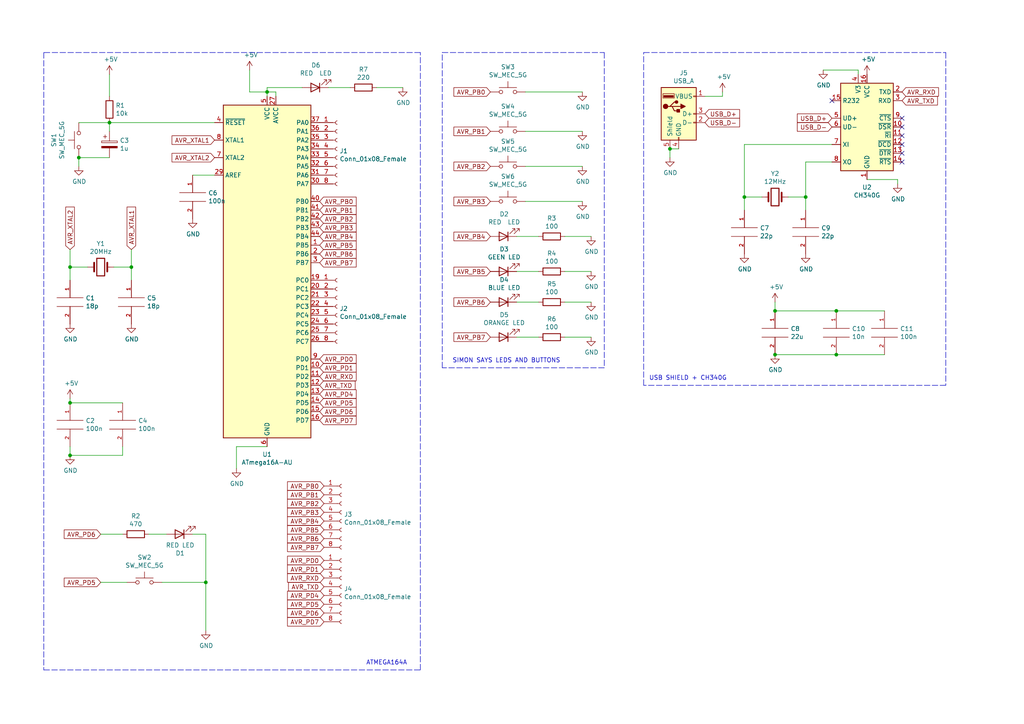
<source format=kicad_sch>
(kicad_sch (version 20211123) (generator eeschema)
  (paper "A4")
  (lib_symbols
    (symbol "Connector:Conn_01x08_Female" (pin_names (offset 1.016) hide)
      (property "Reference" "J" (at 0 10.16 0))
      (property "Value" "Conn_01x08_Female" (at 0 -12.7 0))
      (symbol "Conn_01x08_Female_1_1"
        (arc (start 0 -9.652) (mid -0.508 -10.16) (end 0 -10.668) (stroke (width 0.1524)))
        (arc (start 0 -7.112) (mid -0.508 -7.62) (end 0 -8.128) (stroke (width 0.1524)))
        (arc (start 0 -4.572) (mid -0.508 -5.08) (end 0 -5.588) (stroke (width 0.1524)))
        (arc (start 0 -2.032) (mid -0.508 -2.54) (end 0 -3.048) (stroke (width 0.1524)))
        (polyline (pts (xy -1.27 -10.16) (xy -0.508 -10.16)) (stroke (width 0.1524)))
        (polyline (pts (xy -1.27 -7.62) (xy -0.508 -7.62)) (stroke (width 0.1524)))
        (polyline (pts (xy -1.27 -5.08) (xy -0.508 -5.08)) (stroke (width 0.1524)))
        (polyline (pts (xy -1.27 -2.54) (xy -0.508 -2.54)) (stroke (width 0.1524)))
        (polyline (pts (xy -1.27 0) (xy -0.508 0)) (stroke (width 0.1524)))
        (polyline (pts (xy -1.27 2.54) (xy -0.508 2.54)) (stroke (width 0.1524)))
        (polyline (pts (xy -1.27 5.08) (xy -0.508 5.08)) (stroke (width 0.1524)))
        (polyline (pts (xy -1.27 7.62) (xy -0.508 7.62)) (stroke (width 0.1524)))
        (arc (start 0 0.508) (mid -0.508 0) (end 0 -0.508) (stroke (width 0.1524)))
        (arc (start 0 3.048) (mid -0.508 2.54) (end 0 2.032) (stroke (width 0.1524)))
        (arc (start 0 5.588) (mid -0.508 5.08) (end 0 4.572) (stroke (width 0.1524)))
        (arc (start 0 8.128) (mid -0.508 7.62) (end 0 7.112) (stroke (width 0.1524)))
        (pin passive line (at -5.08 7.62 0) (length 3.81) (name "Pin_1") (number "1"))
        (pin passive line (at -5.08 5.08 0) (length 3.81) (name "Pin_2") (number "2"))
        (pin passive line (at -5.08 2.54 0) (length 3.81) (name "Pin_3") (number "3"))
        (pin passive line (at -5.08 0 0) (length 3.81) (name "Pin_4") (number "4"))
        (pin passive line (at -5.08 -2.54 0) (length 3.81) (name "Pin_5") (number "5"))
        (pin passive line (at -5.08 -5.08 0) (length 3.81) (name "Pin_6") (number "6"))
        (pin passive line (at -5.08 -7.62 0) (length 3.81) (name "Pin_7") (number "7"))
        (pin passive line (at -5.08 -10.16 0) (length 3.81) (name "Pin_8") (number "8"))
      )
    )
    (symbol "Connector:USB_A" (pin_names (offset 1.016))
      (property "Reference" "J" (at -5.08 11.43 0))
      (property "Value" "USB_A" (at -5.08 8.89 0))
      (symbol "USB_A_0_1"
        (rectangle (start -5.08 -7.62) (end 5.08 7.62) (stroke (width 0.254)) (fill (type background)))
        (circle (center -3.81 2.159) (radius 0.635) (stroke (width 0.254)) (fill (type outline)))
        (rectangle (start -1.524 4.826) (end -4.318 5.334) (fill (type outline)))
        (rectangle (start -1.27 4.572) (end -4.572 5.842))
        (circle (center -0.635 3.429) (radius 0.381) (stroke (width 0.254)) (fill (type outline)))
        (rectangle (start -0.127 -7.62) (end 0.127 -6.858))
        (polyline (pts (xy -3.175 2.159) (xy -2.54 2.159) (xy -1.27 3.429) (xy -0.635 3.429)) (stroke (width 0.254)))
        (polyline (pts (xy -2.54 2.159) (xy -1.905 2.159) (xy -1.27 0.889) (xy 0 0.889)) (stroke (width 0.254)))
        (polyline (pts (xy 0.635 2.794) (xy 0.635 1.524) (xy 1.905 2.159) (xy 0.635 2.794)) (stroke (width 0.254)) (fill (type outline)))
        (rectangle (start 0.254 1.27) (end -0.508 0.508) (stroke (width 0.254)) (fill (type outline)))
        (rectangle (start 5.08 -2.667) (end 4.318 -2.413))
        (rectangle (start 5.08 -0.127) (end 4.318 0.127))
        (rectangle (start 5.08 4.953) (end 4.318 5.207))
      )
      (symbol "USB_A_1_1"
        (polyline (pts (xy -1.905 2.159) (xy 0.635 2.159)) (stroke (width 0.254)))
        (pin power_in line (at 7.62 5.08 180) (length 2.54) (name "VBUS") (number "1"))
        (pin bidirectional line (at 7.62 -2.54 180) (length 2.54) (name "D-") (number "2"))
        (pin bidirectional line (at 7.62 0 180) (length 2.54) (name "D+") (number "3"))
        (pin power_in line (at 0 -10.16 90) (length 2.54) (name "GND") (number "4"))
        (pin passive line (at -2.54 -10.16 90) (length 2.54) (name "Shield") (number "5"))
      )
    )
    (symbol "Device:Crystal" (pin_numbers hide) (pin_names (offset 1.016) hide)
      (property "Reference" "Y" (at 0 3.81 0))
      (property "Value" "Crystal" (at 0 -3.81 0))
      (symbol "Crystal_0_1"
        (rectangle (start -1.143 2.54) (end 1.143 -2.54) (stroke (width 0.3048)))
        (polyline (pts (xy -2.54 0) (xy -1.905 0)))
        (polyline (pts (xy -1.905 -1.27) (xy -1.905 1.27)) (stroke (width 0.508)))
        (polyline (pts (xy 1.905 -1.27) (xy 1.905 1.27)) (stroke (width 0.508)))
        (polyline (pts (xy 2.54 0) (xy 1.905 0)))
      )
      (symbol "Crystal_1_1"
        (pin passive line (at -3.81 0 0) (length 1.27) (name "1") (number "1"))
        (pin passive line (at 3.81 0 180) (length 1.27) (name "2") (number "2"))
      )
    )
    (symbol "Device:LED" (pin_numbers hide) (pin_names (offset 1.016) hide)
      (property "Reference" "D" (at 0 2.54 0))
      (property "Value" "LED" (at 0 -2.54 0))
      (symbol "LED_0_1"
        (polyline (pts (xy -1.27 -1.27) (xy -1.27 1.27)) (stroke (width 0.254)))
        (polyline (pts (xy -1.27 0) (xy 1.27 0)))
        (polyline (pts (xy 1.27 -1.27) (xy 1.27 1.27) (xy -1.27 0) (xy 1.27 -1.27)) (stroke (width 0.254)))
        (polyline (pts (xy -3.048 -0.762) (xy -4.572 -2.286) (xy -3.81 -2.286) (xy -4.572 -2.286) (xy -4.572 -1.524)))
        (polyline (pts (xy -1.778 -0.762) (xy -3.302 -2.286) (xy -2.54 -2.286) (xy -3.302 -2.286) (xy -3.302 -1.524)))
      )
      (symbol "LED_1_1"
        (pin passive line (at -3.81 0 0) (length 2.54) (name "K") (number "1"))
        (pin passive line (at 3.81 0 180) (length 2.54) (name "A") (number "2"))
      )
    )
    (symbol "Device:R" (pin_numbers hide) (pin_names (offset 0))
      (property "Reference" "R" (at 2.032 0 90))
      (property "Value" "R" (at 0 0 90))
      (symbol "R_0_1"
        (rectangle (start -1.016 -2.54) (end 1.016 2.54) (stroke (width 0.254)))
      )
      (symbol "R_1_1"
        (pin passive line (at 0 3.81 270) (length 1.27) (name "~") (number "1"))
        (pin passive line (at 0 -3.81 90) (length 1.27) (name "~") (number "2"))
      )
    )
    (symbol "Interface_USB:CH340G"
      (property "Reference" "U" (at -5.08 13.97 0))
      (property "Value" "CH340G" (at 1.27 13.97 0))
      (symbol "CH340G_0_1"
        (rectangle (start -7.62 12.7) (end 7.62 -12.7) (stroke (width 0.254)) (fill (type background)))
      )
      (symbol "CH340G_1_1"
        (pin power_in line (at 0 -15.24 90) (length 2.54) (name "GND") (number "1"))
        (pin input line (at 10.16 0 180) (length 2.54) (name "~{DSR}") (number "10"))
        (pin input line (at 10.16 -2.54 180) (length 2.54) (name "~{RI}") (number "11"))
        (pin input line (at 10.16 -5.08 180) (length 2.54) (name "~{DCD}") (number "12"))
        (pin output line (at 10.16 -7.62 180) (length 2.54) (name "~{DTR}") (number "13"))
        (pin output line (at 10.16 -10.16 180) (length 2.54) (name "~{RTS}") (number "14"))
        (pin input line (at -10.16 7.62 0) (length 2.54) (name "R232") (number "15"))
        (pin power_in line (at 0 15.24 270) (length 2.54) (name "VCC") (number "16"))
        (pin output line (at 10.16 10.16 180) (length 2.54) (name "TXD") (number "2"))
        (pin input line (at 10.16 7.62 180) (length 2.54) (name "RXD") (number "3"))
        (pin passive line (at -2.54 15.24 270) (length 2.54) (name "V3") (number "4"))
        (pin bidirectional line (at -10.16 2.54 0) (length 2.54) (name "UD+") (number "5"))
        (pin bidirectional line (at -10.16 0 0) (length 2.54) (name "UD-") (number "6"))
        (pin input line (at -10.16 -5.08 0) (length 2.54) (name "XI") (number "7"))
        (pin output line (at -10.16 -10.16 0) (length 2.54) (name "XO") (number "8"))
        (pin input line (at 10.16 2.54 180) (length 2.54) (name "~{CTS}") (number "9"))
      )
    )
    (symbol "P2_Neata_Adrian+Radulescu-rescue:ATmega16A-AU-MCU_Microchip_ATmega"
      (property "Reference" "U" (at -12.7 49.53 0))
      (property "Value" "ATmega16A-AU-MCU_Microchip_ATmega" (at 2.54 -49.53 0))
      (symbol "ATmega16A-AU-MCU_Microchip_ATmega_0_1"
        (rectangle (start -12.7 -48.26) (end 12.7 48.26) (stroke (width 0.254)) (fill (type background)))
      )
      (symbol "ATmega16A-AU-MCU_Microchip_ATmega_1_1"
        (pin bidirectional line (at 15.24 7.62 180) (length 2.54) (name "PB5") (number "1"))
        (pin bidirectional line (at 15.24 -27.94 180) (length 2.54) (name "PD1") (number "10"))
        (pin bidirectional line (at 15.24 -30.48 180) (length 2.54) (name "PD2") (number "11"))
        (pin bidirectional line (at 15.24 -33.02 180) (length 2.54) (name "PD3") (number "12"))
        (pin bidirectional line (at 15.24 -35.56 180) (length 2.54) (name "PD4") (number "13"))
        (pin bidirectional line (at 15.24 -38.1 180) (length 2.54) (name "PD5") (number "14"))
        (pin bidirectional line (at 15.24 -40.64 180) (length 2.54) (name "PD6") (number "15"))
        (pin bidirectional line (at 15.24 -43.18 180) (length 2.54) (name "PD7") (number "16"))
        (pin passive line (at 0 50.8 270) (length 2.54) hide (name "VCC") (number "17"))
        (pin passive line (at 0 -50.8 90) (length 2.54) hide (name "GND") (number "18"))
        (pin bidirectional line (at 15.24 -2.54 180) (length 2.54) (name "PC0") (number "19"))
        (pin bidirectional line (at 15.24 5.08 180) (length 2.54) (name "PB6") (number "2"))
        (pin bidirectional line (at 15.24 -5.08 180) (length 2.54) (name "PC1") (number "20"))
        (pin bidirectional line (at 15.24 -7.62 180) (length 2.54) (name "PC2") (number "21"))
        (pin bidirectional line (at 15.24 -10.16 180) (length 2.54) (name "PC3") (number "22"))
        (pin bidirectional line (at 15.24 -12.7 180) (length 2.54) (name "PC4") (number "23"))
        (pin bidirectional line (at 15.24 -15.24 180) (length 2.54) (name "PC5") (number "24"))
        (pin bidirectional line (at 15.24 -17.78 180) (length 2.54) (name "PC6") (number "25"))
        (pin bidirectional line (at 15.24 -20.32 180) (length 2.54) (name "PC7") (number "26"))
        (pin power_in line (at 2.54 50.8 270) (length 2.54) (name "AVCC") (number "27"))
        (pin passive line (at 0 -50.8 90) (length 2.54) hide (name "GND") (number "28"))
        (pin passive line (at -15.24 27.94 0) (length 2.54) (name "AREF") (number "29"))
        (pin bidirectional line (at 15.24 2.54 180) (length 2.54) (name "PB7") (number "3"))
        (pin bidirectional line (at 15.24 25.4 180) (length 2.54) (name "PA7") (number "30"))
        (pin bidirectional line (at 15.24 27.94 180) (length 2.54) (name "PA6") (number "31"))
        (pin bidirectional line (at 15.24 30.48 180) (length 2.54) (name "PA5") (number "32"))
        (pin bidirectional line (at 15.24 33.02 180) (length 2.54) (name "PA4") (number "33"))
        (pin bidirectional line (at 15.24 35.56 180) (length 2.54) (name "PA3") (number "34"))
        (pin bidirectional line (at 15.24 38.1 180) (length 2.54) (name "PA2") (number "35"))
        (pin bidirectional line (at 15.24 40.64 180) (length 2.54) (name "PA1") (number "36"))
        (pin bidirectional line (at 15.24 43.18 180) (length 2.54) (name "PA0") (number "37"))
        (pin passive line (at 0 50.8 270) (length 2.54) hide (name "VCC") (number "38"))
        (pin passive line (at 0 -50.8 90) (length 2.54) hide (name "GND") (number "39"))
        (pin input line (at -15.24 43.18 0) (length 2.54) (name "~{RESET}") (number "4"))
        (pin bidirectional line (at 15.24 20.32 180) (length 2.54) (name "PB0") (number "40"))
        (pin bidirectional line (at 15.24 17.78 180) (length 2.54) (name "PB1") (number "41"))
        (pin bidirectional line (at 15.24 15.24 180) (length 2.54) (name "PB2") (number "42"))
        (pin bidirectional line (at 15.24 12.7 180) (length 2.54) (name "PB3") (number "43"))
        (pin bidirectional line (at 15.24 10.16 180) (length 2.54) (name "PB4") (number "44"))
        (pin power_in line (at 0 50.8 270) (length 2.54) (name "VCC") (number "5"))
        (pin power_in line (at 0 -50.8 90) (length 2.54) (name "GND") (number "6"))
        (pin output line (at -15.24 33.02 0) (length 2.54) (name "XTAL2") (number "7"))
        (pin input line (at -15.24 38.1 0) (length 2.54) (name "XTAL1") (number "8"))
        (pin bidirectional line (at 15.24 -25.4 180) (length 2.54) (name "PD0") (number "9"))
      )
    )
    (symbol "P2_Neata_Adrian+Radulescu-rescue:CP-Device" (pin_numbers hide) (pin_names (offset 0.254))
      (property "Reference" "C" (at 0.635 2.54 0))
      (property "Value" "CP-Device" (at 0.635 -2.54 0))
      (symbol "CP-Device_0_1"
        (rectangle (start -2.286 0.508) (end 2.286 1.016))
        (polyline (pts (xy -1.778 2.286) (xy -0.762 2.286)))
        (polyline (pts (xy -1.27 2.794) (xy -1.27 1.778)))
        (rectangle (start 2.286 -0.508) (end -2.286 -1.016) (fill (type outline)))
      )
      (symbol "CP-Device_1_1"
        (pin passive line (at 0 3.81 270) (length 2.794) (name "~") (number "1"))
        (pin passive line (at 0 -3.81 90) (length 2.794) (name "~") (number "2"))
      )
    )
    (symbol "Switch:SW_MEC_5G" (pin_numbers hide) (pin_names (offset 1.016) hide)
      (property "Reference" "SW" (at 1.27 2.54 0))
      (property "Value" "SW_MEC_5G" (at 0 -1.524 0))
      (symbol "SW_MEC_5G_0_1"
        (circle (center -2.032 0) (radius 0.508))
        (polyline (pts (xy 0 1.27) (xy 0 3.048)))
        (polyline (pts (xy 2.54 1.27) (xy -2.54 1.27)))
        (circle (center 2.032 0) (radius 0.508))
        (pin passive line (at -5.08 0 0) (length 2.54) (name "A") (number "1"))
        (pin passive line (at 5.08 0 180) (length 2.54) (name "B") (number "3"))
      )
      (symbol "SW_MEC_5G_1_1"
        (pin passive line (at -5.08 0 0) (length 2.54) hide (name "A") (number "2"))
        (pin passive line (at 5.08 0 180) (length 2.54) hide (name "B") (number "4"))
      )
    )
    (symbol "power:+5V" (power) (pin_names (offset 0))
      (property "Value" "+5V" (at 0 3.556 0))
      (symbol "+5V_0_1"
        (polyline (pts (xy -0.762 1.27) (xy 0 2.54)))
        (polyline (pts (xy 0 0) (xy 0 2.54)))
        (polyline (pts (xy 0 2.54) (xy 0.762 1.27)))
      )
      (symbol "+5V_1_1"
        (pin power_in line (at 0 0 90) (length 0) hide (name "+5V") (number "1"))
      )
    )
    (symbol "power:GND" (power) (pin_names (offset 0))
      (property "Value" "GND" (at 0 -3.81 0))
      (symbol "GND_0_1"
        (polyline (pts (xy 0 0) (xy 0 -1.27) (xy 1.27 -1.27) (xy 0 -2.54) (xy -1.27 -1.27) (xy 0 -1.27)))
      )
      (symbol "GND_1_1"
        (pin power_in line (at 0 0 270) (length 0) hide (name "GND") (number "1"))
      )
    )
    (symbol "pspice:C" (pin_names (offset 0.254))
      (property "Reference" "C" (at 2.54 3.81 90))
      (property "Value" "C" (at 2.54 -3.81 90))
      (symbol "C_0_1"
        (polyline (pts (xy -3.81 -1.27) (xy 3.81 -1.27)))
        (polyline (pts (xy -3.81 1.27) (xy 3.81 1.27)))
      )
      (symbol "C_1_1"
        (pin passive line (at 0 6.35 270) (length 5.08) (name "~") (number "1"))
        (pin passive line (at 0 -6.35 90) (length 5.08) (name "~") (number "2"))
      )
    )
  )
  (junction (at 233.68 57.15))
  (junction (at 224.79 102.87))
  (junction (at 20.32 132.08))
  (junction (at 242.57 90.17))
  (junction (at 77.47 26.67))
  (junction (at 20.32 77.47))
  (junction (at 224.79 90.17))
  (junction (at 22.86 45.72))
  (junction (at 38.1 77.47))
  (junction (at 215.9 57.15))
  (junction (at 31.75 35.56))
  (junction (at 242.57 102.87))
  (junction (at 20.32 116.84))
  (junction (at 59.69 168.91))
  (junction (at 194.31 43.18))
  (no_connect (at 261.62 44.45))
  (no_connect (at 261.62 41.91))
  (no_connect (at 261.62 36.83))
  (no_connect (at 261.62 34.29))
  (no_connect (at 261.62 39.37))
  (no_connect (at 241.3 29.21))
  (no_connect (at 261.62 46.99))
  (wire (pts (xy 156.21 68.58) (xy 149.86 68.58)))
  (wire (pts (xy 46.99 168.91) (xy 59.69 168.91)))
  (polyline (pts (xy 12.7 15.24) (xy 12.7 194.31)))
  (polyline (pts (xy 128.27 15.24) (xy 175.26 15.24)))
  (wire (pts (xy 233.68 57.15) (xy 233.68 60.96)))
  (wire (pts (xy 251.46 52.07) (xy 260.35 52.07)))
  (wire (pts (xy 20.32 81.28) (xy 20.32 77.47)))
  (wire (pts (xy 20.32 132.08) (xy 35.56 132.08)))
  (wire (pts (xy 156.21 87.63) (xy 149.86 87.63)))
  (wire (pts (xy 233.68 46.99) (xy 241.3 46.99)))
  (wire (pts (xy 152.4 26.67) (xy 168.91 26.67)))
  (wire (pts (xy 224.79 90.17) (xy 242.57 90.17)))
  (wire (pts (xy 224.79 87.63) (xy 224.79 90.17)))
  (wire (pts (xy 215.9 41.91) (xy 241.3 41.91)))
  (wire (pts (xy 38.1 77.47) (xy 38.1 81.28)))
  (wire (pts (xy 87.63 25.4) (xy 77.47 25.4)))
  (wire (pts (xy 215.9 57.15) (xy 220.98 57.15)))
  (wire (pts (xy 38.1 77.47) (xy 38.1 72.39)))
  (wire (pts (xy 77.47 26.67) (xy 77.47 27.94)))
  (wire (pts (xy 248.92 20.32) (xy 238.76 20.32)))
  (wire (pts (xy 116.84 25.4) (xy 109.22 25.4)))
  (polyline (pts (xy 175.26 106.68) (xy 128.27 106.68)))
  (wire (pts (xy 80.01 26.67) (xy 77.47 26.67)))
  (polyline (pts (xy 186.69 111.76) (xy 186.69 15.24)))
  (polyline (pts (xy 274.32 111.76) (xy 186.69 111.76)))
  (wire (pts (xy 152.4 58.42) (xy 168.91 58.42)))
  (wire (pts (xy 31.75 35.56) (xy 62.23 35.56)))
  (wire (pts (xy 55.88 154.94) (xy 59.69 154.94)))
  (wire (pts (xy 31.75 35.56) (xy 22.86 35.56)))
  (wire (pts (xy 77.47 129.54) (xy 68.58 129.54)))
  (wire (pts (xy 59.69 154.94) (xy 59.69 168.91)))
  (polyline (pts (xy 121.92 194.31) (xy 121.92 15.24)))
  (wire (pts (xy 22.86 48.26) (xy 22.86 45.72)))
  (wire (pts (xy 228.6 57.15) (xy 233.68 57.15)))
  (wire (pts (xy 156.21 78.74) (xy 149.86 78.74)))
  (wire (pts (xy 152.4 38.1) (xy 168.91 38.1)))
  (polyline (pts (xy 175.26 15.24) (xy 175.26 106.68)))
  (wire (pts (xy 196.85 43.18) (xy 194.31 43.18)))
  (wire (pts (xy 171.45 97.79) (xy 163.83 97.79)))
  (wire (pts (xy 20.32 115.57) (xy 20.32 116.84)))
  (polyline (pts (xy 128.27 106.68) (xy 128.27 15.24)))
  (wire (pts (xy 31.75 27.94) (xy 31.75 21.59)))
  (wire (pts (xy 171.45 78.74) (xy 163.83 78.74)))
  (wire (pts (xy 248.92 21.59) (xy 248.92 20.32)))
  (polyline (pts (xy 274.32 15.24) (xy 274.32 111.76)))
  (polyline (pts (xy 12.7 194.31) (xy 121.92 194.31)))
  (wire (pts (xy 215.9 41.91) (xy 215.9 57.15)))
  (wire (pts (xy 20.32 116.84) (xy 35.56 116.84)))
  (wire (pts (xy 77.47 25.4) (xy 77.47 26.67)))
  (wire (pts (xy 260.35 52.07) (xy 260.35 53.34)))
  (wire (pts (xy 20.32 77.47) (xy 25.4 77.47)))
  (wire (pts (xy 43.18 154.94) (xy 48.26 154.94)))
  (wire (pts (xy 80.01 27.94) (xy 80.01 26.67)))
  (wire (pts (xy 171.45 87.63) (xy 163.83 87.63)))
  (wire (pts (xy 20.32 129.54) (xy 20.32 132.08)))
  (wire (pts (xy 101.6 25.4) (xy 95.25 25.4)))
  (wire (pts (xy 204.47 27.94) (xy 209.55 27.94)))
  (wire (pts (xy 35.56 129.54) (xy 35.56 132.08)))
  (wire (pts (xy 33.02 77.47) (xy 38.1 77.47)))
  (wire (pts (xy 152.4 48.26) (xy 168.91 48.26)))
  (polyline (pts (xy 121.92 15.24) (xy 12.7 15.24)))
  (wire (pts (xy 31.75 38.1) (xy 31.75 35.56)))
  (wire (pts (xy 242.57 90.17) (xy 256.54 90.17)))
  (wire (pts (xy 29.21 154.94) (xy 35.56 154.94)))
  (wire (pts (xy 209.55 27.94) (xy 209.55 26.67)))
  (wire (pts (xy 171.45 68.58) (xy 163.83 68.58)))
  (wire (pts (xy 242.57 102.87) (xy 224.79 102.87)))
  (wire (pts (xy 256.54 102.87) (xy 242.57 102.87)))
  (wire (pts (xy 72.39 26.67) (xy 77.47 26.67)))
  (wire (pts (xy 215.9 60.96) (xy 215.9 57.15)))
  (wire (pts (xy 68.58 129.54) (xy 68.58 135.89)))
  (wire (pts (xy 59.69 168.91) (xy 59.69 182.88)))
  (wire (pts (xy 31.75 45.72) (xy 22.86 45.72)))
  (wire (pts (xy 55.88 50.8) (xy 62.23 50.8)))
  (wire (pts (xy 156.21 97.79) (xy 149.86 97.79)))
  (wire (pts (xy 72.39 20.32) (xy 72.39 26.67)))
  (wire (pts (xy 233.68 46.99) (xy 233.68 57.15)))
  (wire (pts (xy 29.21 168.91) (xy 36.83 168.91)))
  (wire (pts (xy 20.32 72.39) (xy 20.32 77.47)))
  (wire (pts (xy 194.31 45.72) (xy 194.31 43.18)))
  (polyline (pts (xy 186.69 15.24) (xy 274.32 15.24)))
  (text "SIMON SAYS LEDS AND BUTTONS\n" (at 162.56 105.41 180) (effects (font (size 1.27 1.27)) (justify right bottom)))
  (text "ATMEGA164A\n" (at 118.11 193.04 180) (effects (font (size 1.27 1.27)) (justify right bottom)))
  (text "USB SHIELD + CH340G\n" (at 210.82 110.49 180) (effects (font (size 1.27 1.27)) (justify right bottom)))
  (global_label "AVR_PB7" (shape input) (at 93.98 158.75 180) (property "Intersheet References" "${INTERSHEET_REFS}" (effects hide)))
  (global_label "AVR_PB3" (shape input) (at 142.24 58.42 180) (property "Intersheet References" "${INTERSHEET_REFS}" (effects hide)))
  (global_label "AVR_PD0" (shape input) (at 92.71 104.14 0) (property "Intersheet References" "${INTERSHEET_REFS}" (effects hide)))
  (global_label "AVR_PD6" (shape input) (at 29.21 154.94 180) (property "Intersheet References" "${INTERSHEET_REFS}" (effects hide)))
  (global_label "AVR_PD7" (shape input) (at 93.98 180.34 180) (property "Intersheet References" "${INTERSHEET_REFS}" (effects hide)))
  (global_label "AVR_PD5" (shape input) (at 93.98 175.26 180) (property "Intersheet References" "${INTERSHEET_REFS}" (effects hide)))
  (global_label "AVR_PB0" (shape input) (at 142.24 26.67 180) (property "Intersheet References" "${INTERSHEET_REFS}" (effects hide)))
  (global_label "USB_D+" (shape input) (at 241.3 34.29 180) (property "Intersheet References" "${INTERSHEET_REFS}" (effects hide)))
  (global_label "AVR_PB6" (shape input) (at 142.24 87.63 180) (property "Intersheet References" "${INTERSHEET_REFS}" (effects hide)))
  (global_label "AVR_RXD" (shape input) (at 92.71 109.22 0) (property "Intersheet References" "${INTERSHEET_REFS}" (effects hide)))
  (global_label "AVR_PD6" (shape input) (at 92.71 119.38 0) (property "Intersheet References" "${INTERSHEET_REFS}" (effects hide)))
  (global_label "AVR_RXD" (shape input) (at 93.98 167.64 180) (property "Intersheet References" "${INTERSHEET_REFS}" (effects hide)))
  (global_label "AVR_PB6" (shape input) (at 92.71 73.66 0) (property "Intersheet References" "${INTERSHEET_REFS}" (effects hide)))
  (global_label "AVR_PB7" (shape input) (at 92.71 76.2 0) (property "Intersheet References" "${INTERSHEET_REFS}" (effects hide)))
  (global_label "AVR_PD7" (shape input) (at 92.71 121.92 0) (property "Intersheet References" "${INTERSHEET_REFS}" (effects hide)))
  (global_label "AVR_PB0" (shape input) (at 93.98 140.97 180) (property "Intersheet References" "${INTERSHEET_REFS}" (effects hide)))
  (global_label "AVR_PB3" (shape input) (at 92.71 66.04 0) (property "Intersheet References" "${INTERSHEET_REFS}" (effects hide)))
  (global_label "AVR_PB1" (shape input) (at 142.24 38.1 180) (property "Intersheet References" "${INTERSHEET_REFS}" (effects hide)))
  (global_label "AVR_XTAL1" (shape input) (at 38.1 72.39 90) (property "Intersheet References" "${INTERSHEET_REFS}" (effects hide)))
  (global_label "AVR_TXD" (shape input) (at 92.71 111.76 0) (property "Intersheet References" "${INTERSHEET_REFS}" (effects hide)))
  (global_label "AVR_PB4" (shape input) (at 92.71 68.58 0) (property "Intersheet References" "${INTERSHEET_REFS}" (effects hide)))
  (global_label "AVR_XTAL1" (shape input) (at 62.23 40.64 180) (property "Intersheet References" "${INTERSHEET_REFS}" (effects hide)))
  (global_label "AVR_PB5" (shape input) (at 142.24 78.74 180) (property "Intersheet References" "${INTERSHEET_REFS}" (effects hide)))
  (global_label "AVR_PD1" (shape input) (at 93.98 165.1 180) (property "Intersheet References" "${INTERSHEET_REFS}" (effects hide)))
  (global_label "AVR_PD1" (shape input) (at 92.71 106.68 0) (property "Intersheet References" "${INTERSHEET_REFS}" (effects hide)))
  (global_label "AVR_PB4" (shape input) (at 142.24 68.58 180) (property "Intersheet References" "${INTERSHEET_REFS}" (effects hide)))
  (global_label "AVR_PD4" (shape input) (at 92.71 114.3 0) (property "Intersheet References" "${INTERSHEET_REFS}" (effects hide)))
  (global_label "AVR_PB1" (shape input) (at 93.98 143.51 180) (property "Intersheet References" "${INTERSHEET_REFS}" (effects hide)))
  (global_label "AVR_PB0" (shape input) (at 92.71 58.42 0) (property "Intersheet References" "${INTERSHEET_REFS}" (effects hide)))
  (global_label "AVR_TXD" (shape input) (at 261.62 29.21 0) (property "Intersheet References" "${INTERSHEET_REFS}" (effects hide)))
  (global_label "AVR_PB2" (shape input) (at 92.71 63.5 0) (property "Intersheet References" "${INTERSHEET_REFS}" (effects hide)))
  (global_label "USB_D-" (shape input) (at 204.47 35.56 0) (property "Intersheet References" "${INTERSHEET_REFS}" (effects hide)))
  (global_label "AVR_PB2" (shape input) (at 93.98 146.05 180) (property "Intersheet References" "${INTERSHEET_REFS}" (effects hide)))
  (global_label "AVR_RXD" (shape input) (at 261.62 26.67 0) (property "Intersheet References" "${INTERSHEET_REFS}" (effects hide)))
  (global_label "AVR_TXD" (shape input) (at 93.98 170.18 180) (property "Intersheet References" "${INTERSHEET_REFS}" (effects hide)))
  (global_label "AVR_PB3" (shape input) (at 93.98 148.59 180) (property "Intersheet References" "${INTERSHEET_REFS}" (effects hide)))
  (global_label "AVR_PD5" (shape input) (at 29.21 168.91 180) (property "Intersheet References" "${INTERSHEET_REFS}" (effects hide)))
  (global_label "AVR_PB2" (shape input) (at 142.24 48.26 180) (property "Intersheet References" "${INTERSHEET_REFS}" (effects hide)))
  (global_label "AVR_PB5" (shape input) (at 93.98 153.67 180) (property "Intersheet References" "${INTERSHEET_REFS}" (effects hide)))
  (global_label "AVR_PB1" (shape input) (at 92.71 60.96 0) (property "Intersheet References" "${INTERSHEET_REFS}" (effects hide)))
  (global_label "AVR_PD6" (shape input) (at 93.98 177.8 180) (property "Intersheet References" "${INTERSHEET_REFS}" (effects hide)))
  (global_label "AVR_PD5" (shape input) (at 92.71 116.84 0) (property "Intersheet References" "${INTERSHEET_REFS}" (effects hide)))
  (global_label "USB_D+" (shape input) (at 204.47 33.02 0) (property "Intersheet References" "${INTERSHEET_REFS}" (effects hide)))
  (global_label "AVR_XTAL2" (shape input) (at 20.32 72.39 90) (property "Intersheet References" "${INTERSHEET_REFS}" (effects hide)))
  (global_label "AVR_PB5" (shape input) (at 92.71 71.12 0) (property "Intersheet References" "${INTERSHEET_REFS}" (effects hide)))
  (global_label "AVR_PB6" (shape input) (at 93.98 156.21 180) (property "Intersheet References" "${INTERSHEET_REFS}" (effects hide)))
  (global_label "AVR_XTAL2" (shape input) (at 62.23 45.72 180) (property "Intersheet References" "${INTERSHEET_REFS}" (effects hide)))
  (global_label "AVR_PD4" (shape input) (at 93.98 172.72 180) (property "Intersheet References" "${INTERSHEET_REFS}" (effects hide)))
  (global_label "AVR_PB4" (shape input) (at 93.98 151.13 180) (property "Intersheet References" "${INTERSHEET_REFS}" (effects hide)))
  (global_label "AVR_PB7" (shape input) (at 142.24 97.79 180) (property "Intersheet References" "${INTERSHEET_REFS}" (effects hide)))
  (global_label "USB_D-" (shape input) (at 241.3 36.83 180) (property "Intersheet References" "${INTERSHEET_REFS}" (effects hide)))
  (global_label "AVR_PD0" (shape input) (at 93.98 162.56 180) (property "Intersheet References" "${INTERSHEET_REFS}" (effects hide)))
  (symbol (lib_id "P2_Neata_Adrian+Radulescu-rescue:ATmega16A-AU-MCU_Microchip_ATmega") (at 77.47 78.74 0) (unit 1)
    (property "Reference" "U1" (at 77.47 131.8006 0))
    (property "Value" "ATmega16A-AU" (at 77.47 134.112 0))
    (property "Footprint" "Package_QFP:TQFP-44_10x10mm_P0.8mm" (effects hide))
    (property "Datasheet" "http://ww1.microchip.com/downloads/en/DeviceDoc/Atmel-8154-8-bit-AVR-ATmega16A_Datasheet.pdf" (effects hide))
  )
  (symbol (lib_id "Device:LED") (at 146.05 68.58 180) (unit 1)
    (property "Reference" "D2" (at 146.2278 62.103 0))
    (property "Value" "RED  LED" (at 146.2278 64.4144 0))
    (property "Footprint" "LED_SMD:LED_0805_2012Metric" (effects hide))
  )
  (symbol (lib_id "Device:R") (at 160.02 68.58 90) (unit 1)
    (property "Reference" "R3" (at 160.02 63.3222 90))
    (property "Value" "100" (at 160.02 65.6336 90))
    (property "Footprint" "Resistor_SMD:R_0805_2012Metric" (effects hide))
  )
  (symbol (lib_id "Switch:SW_MEC_5G") (at 147.32 26.67 0) (unit 1)
    (property "Reference" "SW3" (at 147.32 19.431 0))
    (property "Value" "SW_MEC_5G" (at 147.32 21.7424 0))
    (property "Footprint" "Button_Switch_SMD:SW_MEC_5GSH9" (effects hide))
    (property "Datasheet" "http://www.apem.com/int/index.php?controller=attachment&id_attachment=488" (effects hide))
  )
  (symbol (lib_id "Device:R") (at 39.37 154.94 90) (unit 1)
    (property "Reference" "R2" (at 39.37 149.6822 90))
    (property "Value" "470" (at 39.37 151.9936 90))
    (property "Footprint" "Resistor_SMD:R_0805_2012Metric" (effects hide))
  )
  (symbol (lib_id "Device:LED") (at 52.07 154.94 180) (unit 1)
    (property "Reference" "D1" (at 52.2478 160.4518 0))
    (property "Value" "RED LED" (at 52.2478 158.1404 0))
    (property "Footprint" "LED_SMD:LED_0805_2012Metric" (effects hide))
  )
  (symbol (lib_id "power:GND") (at 59.69 182.88 0) (unit 1)
    (property "Reference" "#PWR08" (effects hide))
    (property "Value" "GND" (at 59.817 187.2742 0))
  )
  (symbol (lib_id "Switch:SW_MEC_5G") (at 41.91 168.91 0) (unit 1)
    (property "Reference" "SW2" (at 41.91 161.671 0))
    (property "Value" "SW_MEC_5G" (at 41.91 163.9824 0))
    (property "Footprint" "Button_Switch_SMD:SW_MEC_5GSH9" (effects hide))
    (property "Datasheet" "http://www.apem.com/int/index.php?controller=attachment&id_attachment=488" (effects hide))
  )
  (symbol (lib_id "Device:R") (at 31.75 31.75 180) (unit 1)
    (property "Reference" "R1" (at 33.528 30.5816 0) (effects (justify right)))
    (property "Value" "10k" (at 33.528 32.893 0) (effects (justify right)))
    (property "Footprint" "Resistor_SMD:R_0805_2012Metric" (effects hide))
  )
  (symbol (lib_id "power:+5V") (at 31.75 21.59 0) (unit 1)
    (property "Reference" "#PWR05" (effects hide))
    (property "Value" "+5V" (at 32.131 17.1958 0))
  )
  (symbol (lib_id "Switch:SW_MEC_5G") (at 22.86 40.64 90) (unit 1)
    (property "Reference" "SW1" (at 15.621 40.64 0))
    (property "Value" "SW_MEC_5G" (at 17.9324 40.64 0))
    (property "Footprint" "Button_Switch_SMD:SW_MEC_5GSH9" (effects hide))
    (property "Datasheet" "http://www.apem.com/int/index.php?controller=attachment&id_attachment=488" (effects hide))
  )
  (symbol (lib_id "P2_Neata_Adrian+Radulescu-rescue:CP-Device") (at 31.75 41.91 0) (unit 1)
    (property "Reference" "C3" (at 34.7472 40.7416 0) (effects (justify left)))
    (property "Value" "1u" (at 34.7472 43.053 0) (effects (justify left)))
    (property "Footprint" "Capacitor_Tantalum_SMD:CP_EIA-3216-18_Kemet-A" (effects hide))
  )
  (symbol (lib_id "power:GND") (at 22.86 48.26 0) (unit 1)
    (property "Reference" "#PWR04" (effects hide))
    (property "Value" "GND" (at 22.987 52.6542 0))
  )
  (symbol (lib_id "Device:Crystal") (at 29.21 77.47 0) (unit 1)
    (property "Reference" "Y1" (at 29.21 70.6628 0))
    (property "Value" "20MHz" (at 29.21 72.9742 0))
    (property "Footprint" "Crystal:Crystal_SMD_HC49-SD_HandSoldering" (effects hide))
  )
  (symbol (lib_id "pspice:C") (at 20.32 87.63 0) (unit 1)
    (property "Reference" "C1" (at 24.8412 86.4616 0) (effects (justify left)))
    (property "Value" "18p" (at 24.8412 88.773 0) (effects (justify left)))
    (property "Footprint" "Capacitor_SMD:C_0805_2012Metric" (effects hide))
  )
  (symbol (lib_id "pspice:C") (at 38.1 87.63 0) (unit 1)
    (property "Reference" "C5" (at 42.6212 86.4616 0) (effects (justify left)))
    (property "Value" "18p" (at 42.6212 88.773 0) (effects (justify left)))
    (property "Footprint" "Capacitor_SMD:C_0805_2012Metric" (effects hide))
  )
  (symbol (lib_id "power:GND") (at 20.32 93.98 0) (unit 1)
    (property "Reference" "#PWR01" (effects hide))
    (property "Value" "GND" (at 20.447 98.3742 0))
  )
  (symbol (lib_id "power:GND") (at 38.1 93.98 0) (unit 1)
    (property "Reference" "#PWR06" (effects hide))
    (property "Value" "GND" (at 38.227 98.3742 0))
  )
  (symbol (lib_id "power:+5V") (at 72.39 20.32 0) (unit 1)
    (property "Reference" "#PWR010" (effects hide))
    (property "Value" "+5V" (at 72.771 15.9258 0))
  )
  (symbol (lib_id "power:GND") (at 68.58 135.89 0) (unit 1)
    (property "Reference" "#PWR09" (effects hide))
    (property "Value" "GND" (at 68.707 140.2842 0))
  )
  (symbol (lib_id "power:+5V") (at 20.32 115.57 0) (unit 1)
    (property "Reference" "#PWR02" (effects hide))
    (property "Value" "+5V" (at 20.701 111.1758 0))
  )
  (symbol (lib_id "pspice:C") (at 20.32 123.19 0) (unit 1)
    (property "Reference" "C2" (at 24.8412 122.0216 0) (effects (justify left)))
    (property "Value" "100n" (at 24.8412 124.333 0) (effects (justify left)))
    (property "Footprint" "Capacitor_SMD:C_0805_2012Metric" (effects hide))
  )
  (symbol (lib_id "power:GND") (at 20.32 132.08 0) (unit 1)
    (property "Reference" "#PWR03" (effects hide))
    (property "Value" "GND" (at 20.447 136.4742 0))
  )
  (symbol (lib_id "pspice:C") (at 35.56 123.19 0) (unit 1)
    (property "Reference" "C4" (at 40.0812 122.0216 0) (effects (justify left)))
    (property "Value" "100n" (at 40.0812 124.333 0) (effects (justify left)))
    (property "Footprint" "Capacitor_SMD:C_0805_2012Metric" (effects hide))
  )
  (symbol (lib_id "power:GND") (at 171.45 68.58 0) (unit 1)
    (property "Reference" "#PWR015" (effects hide))
    (property "Value" "GND" (at 171.577 72.9742 0))
  )
  (symbol (lib_id "Device:R") (at 160.02 78.74 90) (unit 1)
    (property "Reference" "R4" (at 160.02 73.4822 90))
    (property "Value" "100" (at 160.02 75.7936 90))
    (property "Footprint" "Resistor_SMD:R_0805_2012Metric" (effects hide))
  )
  (symbol (lib_id "Device:LED") (at 146.05 78.74 180) (unit 1)
    (property "Reference" "D3" (at 146.2278 72.263 0))
    (property "Value" "GEEN LED" (at 146.2278 74.5744 0))
    (property "Footprint" "LED_SMD:LED_0805_2012Metric" (effects hide))
  )
  (symbol (lib_id "power:GND") (at 171.45 78.74 0) (unit 1)
    (property "Reference" "#PWR016" (effects hide))
    (property "Value" "GND" (at 171.577 83.1342 0))
  )
  (symbol (lib_id "Device:R") (at 160.02 87.63 90) (unit 1)
    (property "Reference" "R5" (at 160.02 82.3722 90))
    (property "Value" "100" (at 160.02 84.6836 90))
    (property "Footprint" "Resistor_SMD:R_0805_2012Metric" (effects hide))
  )
  (symbol (lib_id "Device:LED") (at 146.05 87.63 180) (unit 1)
    (property "Reference" "D4" (at 146.2278 81.153 0))
    (property "Value" "BLUE LED" (at 146.2278 83.4644 0))
    (property "Footprint" "LED_SMD:LED_0805_2012Metric" (effects hide))
  )
  (symbol (lib_id "power:GND") (at 171.45 87.63 0) (unit 1)
    (property "Reference" "#PWR017" (effects hide))
    (property "Value" "GND" (at 171.577 92.0242 0))
  )
  (symbol (lib_id "Device:R") (at 160.02 97.79 90) (unit 1)
    (property "Reference" "R6" (at 160.02 92.5322 90))
    (property "Value" "100" (at 160.02 94.8436 90))
    (property "Footprint" "Resistor_SMD:R_0805_2012Metric" (effects hide))
  )
  (symbol (lib_id "Device:LED") (at 146.05 97.79 180) (unit 1)
    (property "Reference" "D5" (at 146.2278 91.313 0))
    (property "Value" "ORANGE LED" (at 146.2278 93.6244 0))
    (property "Footprint" "LED_SMD:LED_0805_2012Metric" (effects hide))
  )
  (symbol (lib_id "power:GND") (at 171.45 97.79 0) (unit 1)
    (property "Reference" "#PWR018" (effects hide))
    (property "Value" "GND" (at 171.577 102.1842 0))
  )
  (symbol (lib_id "power:GND") (at 168.91 26.67 0) (unit 1)
    (property "Reference" "#PWR011" (effects hide))
    (property "Value" "GND" (at 169.037 31.0642 0))
  )
  (symbol (lib_id "Switch:SW_MEC_5G") (at 147.32 38.1 0) (unit 1)
    (property "Reference" "SW4" (at 147.32 30.861 0))
    (property "Value" "SW_MEC_5G" (at 147.32 33.1724 0))
    (property "Footprint" "Button_Switch_SMD:SW_MEC_5GSH9" (effects hide))
    (property "Datasheet" "http://www.apem.com/int/index.php?controller=attachment&id_attachment=488" (effects hide))
  )
  (symbol (lib_id "power:GND") (at 168.91 38.1 0) (unit 1)
    (property "Reference" "#PWR012" (effects hide))
    (property "Value" "GND" (at 169.037 42.4942 0))
  )
  (symbol (lib_id "Switch:SW_MEC_5G") (at 147.32 48.26 0) (unit 1)
    (property "Reference" "SW5" (at 147.32 41.021 0))
    (property "Value" "SW_MEC_5G" (at 147.32 43.3324 0))
    (property "Footprint" "Button_Switch_SMD:SW_MEC_5GSH9" (effects hide))
    (property "Datasheet" "http://www.apem.com/int/index.php?controller=attachment&id_attachment=488" (effects hide))
  )
  (symbol (lib_id "power:GND") (at 168.91 48.26 0) (unit 1)
    (property "Reference" "#PWR013" (effects hide))
    (property "Value" "GND" (at 169.037 52.6542 0))
  )
  (symbol (lib_id "Switch:SW_MEC_5G") (at 147.32 58.42 0) (unit 1)
    (property "Reference" "SW6" (at 147.32 51.181 0))
    (property "Value" "SW_MEC_5G" (at 147.32 53.4924 0))
    (property "Footprint" "Button_Switch_SMD:SW_MEC_5GSH9" (effects hide))
    (property "Datasheet" "http://www.apem.com/int/index.php?controller=attachment&id_attachment=488" (effects hide))
  )
  (symbol (lib_id "power:GND") (at 168.91 58.42 0) (unit 1)
    (property "Reference" "#PWR014" (effects hide))
    (property "Value" "GND" (at 169.037 62.8142 0))
  )
  (symbol (lib_id "pspice:C") (at 55.88 57.15 0) (unit 1)
    (property "Reference" "C6" (at 60.4012 55.9816 0) (effects (justify left)))
    (property "Value" "100n" (at 60.4012 58.293 0) (effects (justify left)))
    (property "Footprint" "Capacitor_SMD:C_0805_2012Metric" (effects hide))
  )
  (symbol (lib_id "power:GND") (at 55.88 63.5 0) (unit 1)
    (property "Reference" "#PWR07" (effects hide))
    (property "Value" "GND" (at 56.007 67.8942 0))
  )
  (symbol (lib_id "Connector:USB_A") (at 196.85 33.02 0) (unit 1)
    (property "Reference" "J5" (at 198.2978 21.1582 0))
    (property "Value" "USB_A" (at 198.2978 23.4696 0))
    (property "Footprint" "Connector_USB:USB_A_Molex_67643_Horizontal" (effects hide))
    (property "Datasheet" " ~" (effects hide))
  )
  (symbol (lib_id "power:+5V") (at 209.55 26.67 0) (unit 1)
    (property "Reference" "#PWR020" (effects hide))
    (property "Value" "+5V" (at 209.931 22.2758 0))
  )
  (symbol (lib_id "power:GND") (at 194.31 45.72 0) (unit 1)
    (property "Reference" "#PWR019" (effects hide))
    (property "Value" "GND" (at 194.437 50.1142 0))
  )
  (symbol (lib_id "Interface_USB:CH340G") (at 251.46 36.83 0) (unit 1)
    (property "Reference" "U2" (at 251.46 54.3306 0))
    (property "Value" "CH340G" (at 251.46 56.642 0))
    (property "Footprint" "Package_SO:SOIC-16_3.9x9.9mm_P1.27mm" (effects hide))
    (property "Datasheet" "http://www.datasheet5.com/pdf-local-2195953" (effects hide))
  )
  (symbol (lib_id "Device:Crystal") (at 224.79 57.15 0) (unit 1)
    (property "Reference" "Y2" (at 224.79 50.3428 0))
    (property "Value" "12MHz" (at 224.79 52.6542 0))
    (property "Footprint" "Crystal:Crystal_SMD_HC49-SD_HandSoldering" (effects hide))
  )
  (symbol (lib_id "pspice:C") (at 215.9 67.31 0) (unit 1)
    (property "Reference" "C7" (at 220.4212 66.1416 0) (effects (justify left)))
    (property "Value" "22p" (at 220.4212 68.453 0) (effects (justify left)))
    (property "Footprint" "Capacitor_SMD:C_0805_2012Metric" (effects hide))
  )
  (symbol (lib_id "pspice:C") (at 233.68 67.31 0) (unit 1)
    (property "Reference" "C9" (at 238.2012 66.1416 0) (effects (justify left)))
    (property "Value" "22p" (at 238.2012 68.453 0) (effects (justify left)))
    (property "Footprint" "Capacitor_SMD:C_0805_2012Metric" (effects hide))
  )
  (symbol (lib_id "power:GND") (at 215.9 73.66 0) (unit 1)
    (property "Reference" "#PWR021" (effects hide))
    (property "Value" "GND" (at 216.027 78.0542 0))
  )
  (symbol (lib_id "power:GND") (at 233.68 73.66 0) (unit 1)
    (property "Reference" "#PWR024" (effects hide))
    (property "Value" "GND" (at 233.807 78.0542 0))
  )
  (symbol (lib_id "power:+5V") (at 251.46 21.59 0) (unit 1)
    (property "Reference" "#PWR026" (effects hide))
    (property "Value" "+5V" (at 251.841 17.1958 0))
  )
  (symbol (lib_id "power:GND") (at 260.35 53.34 0) (unit 1)
    (property "Reference" "#PWR027" (effects hide))
    (property "Value" "GND" (at 260.477 57.7342 0))
  )
  (symbol (lib_id "power:GND") (at 238.76 20.32 0) (unit 1)
    (property "Reference" "#PWR025" (effects hide))
    (property "Value" "GND" (at 238.887 24.7142 0))
  )
  (symbol (lib_id "pspice:C") (at 224.79 96.52 0) (unit 1)
    (property "Reference" "C8" (at 229.3112 95.3516 0) (effects (justify left)))
    (property "Value" "22u" (at 229.3112 97.663 0) (effects (justify left)))
    (property "Footprint" "Capacitor_Tantalum_SMD:CP_EIA-3216-12_Kemet-S" (effects hide))
  )
  (symbol (lib_id "pspice:C") (at 242.57 96.52 0) (unit 1)
    (property "Reference" "C10" (at 247.0912 95.3516 0) (effects (justify left)))
    (property "Value" "10n" (at 247.0912 97.663 0) (effects (justify left)))
    (property "Footprint" "Capacitor_SMD:C_0805_2012Metric" (effects hide))
  )
  (symbol (lib_id "power:GND") (at 224.79 102.87 0) (unit 1)
    (property "Reference" "#PWR023" (effects hide))
    (property "Value" "GND" (at 224.917 107.2642 0))
  )
  (symbol (lib_id "pspice:C") (at 256.54 96.52 0) (unit 1)
    (property "Reference" "C11" (at 261.0612 95.3516 0) (effects (justify left)))
    (property "Value" "100n" (at 261.0612 97.663 0) (effects (justify left)))
    (property "Footprint" "Capacitor_SMD:C_0805_2012Metric" (effects hide))
  )
  (symbol (lib_id "power:+5V") (at 224.79 87.63 0) (unit 1)
    (property "Reference" "#PWR022" (effects hide))
    (property "Value" "+5V" (at 225.171 83.2358 0))
  )
  (symbol (lib_id "Connector:Conn_01x08_Female") (at 97.79 88.9 0) (unit 1)
    (property "Reference" "J2" (at 98.5012 89.5096 0) (effects (justify left)))
    (property "Value" "Conn_01x08_Female" (at 98.5012 91.821 0) (effects (justify left)))
    (property "Footprint" "Connector_PinHeader_1.00mm:PinHeader_1x08_P1.00mm_Vertical" (effects hide))
  )
  (symbol (lib_id "Connector:Conn_01x08_Female") (at 97.79 43.18 0) (unit 1)
    (property "Reference" "J1" (at 98.5012 43.7896 0) (effects (justify left)))
    (property "Value" "Conn_01x08_Female" (at 98.5012 46.101 0) (effects (justify left)))
    (property "Footprint" "Connector_PinHeader_1.00mm:PinHeader_1x08_P1.00mm_Vertical" (effects hide))
  )
  (symbol (lib_id "Connector:Conn_01x08_Female") (at 99.06 148.59 0) (unit 1)
    (property "Reference" "J3" (at 99.7712 149.1996 0) (effects (justify left)))
    (property "Value" "Conn_01x08_Female" (at 99.7712 151.511 0) (effects (justify left)))
    (property "Footprint" "Connector_PinHeader_1.00mm:PinHeader_1x08_P1.00mm_Vertical" (effects hide))
  )
  (symbol (lib_id "Connector:Conn_01x08_Female") (at 99.06 170.18 0) (unit 1)
    (property "Reference" "J4" (at 99.7712 170.7896 0) (effects (justify left)))
    (property "Value" "Conn_01x08_Female" (at 99.7712 173.101 0) (effects (justify left)))
    (property "Footprint" "Connector_PinHeader_1.00mm:PinHeader_1x08_P1.00mm_Vertical" (effects hide))
  )
  (symbol (lib_id "Device:R") (at 105.41 25.4 90) (unit 1)
    (property "Reference" "R7" (at 105.41 20.1422 90))
    (property "Value" "220" (at 105.41 22.4536 90))
    (property "Footprint" "Resistor_SMD:R_0805_2012Metric" (effects hide))
  )
  (symbol (lib_id "Device:LED") (at 91.44 25.4 180) (unit 1)
    (property "Reference" "D6" (at 91.6178 18.923 0))
    (property "Value" "RED  LED" (at 91.6178 21.2344 0))
    (property "Footprint" "LED_SMD:LED_0805_2012Metric" (effects hide))
  )
  (symbol (lib_id "power:GND") (at 116.84 25.4 0) (unit 1)
    (property "Reference" "#PWR028" (effects hide))
    (property "Value" "GND" (at 116.967 29.7942 0))
  )
)
</source>
